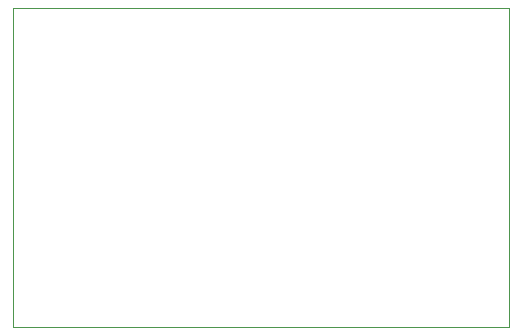
<source format=gbr>
%TF.GenerationSoftware,KiCad,Pcbnew,8.0.8*%
%TF.CreationDate,2025-02-06T15:12:14+01:00*%
%TF.ProjectId,mini-laser-driver,6d696e69-2d6c-4617-9365-722d64726976,rev?*%
%TF.SameCoordinates,Original*%
%TF.FileFunction,Profile,NP*%
%FSLAX46Y46*%
G04 Gerber Fmt 4.6, Leading zero omitted, Abs format (unit mm)*
G04 Created by KiCad (PCBNEW 8.0.8) date 2025-02-06 15:12:14*
%MOMM*%
%LPD*%
G01*
G04 APERTURE LIST*
%TA.AperFunction,Profile*%
%ADD10C,0.050000*%
%TD*%
G04 APERTURE END LIST*
D10*
X607000000Y-27000000D02*
X649000000Y-27000000D01*
X649000000Y-54000000D01*
X607000000Y-54000000D01*
X607000000Y-27000000D01*
M02*

</source>
